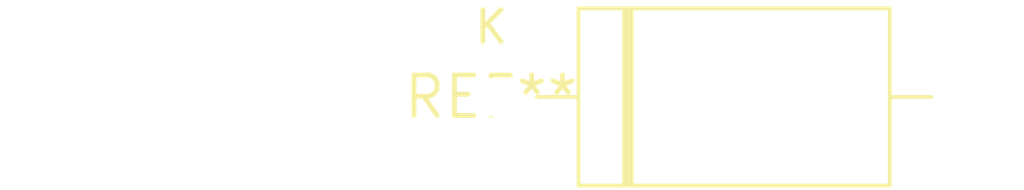
<source format=kicad_pcb>
(kicad_pcb (version 20240108) (generator pcbnew)
  (layers (0 "F.Cu" signal) (31 "B.Cu" signal) (34 "B.Paste" user) (35 "F.Paste" user) (36 "B.SilkS" user "B.Silkscreen") (37 "F.SilkS" user "F.Silkscreen") (38 "B.Mask" user) (39 "F.Mask" user) (44 "Edge.Cuts" user))
  (net 0 "")
  (footprint "D_DO-27_P15.24mm_Horizontal" (layer "F.Cu") (at 0 0)
    (property "Reference" "REF**")
    (property "Value" "D_DO-27_P15.24mm_Horizontal")
    (fp_line (start 1.44 0) (end 2.74 0) (layer "F.SilkS") (stroke (width 0.12)))
    (fp_line (start 2.74 -2.785) (end 2.74 2.785) (layer "F.SilkS") (stroke (width 0.12)))
    (fp_line (start 2.74 2.785) (end 12.5 2.785) (layer "F.SilkS") (stroke (width 0.12)))
    (fp_line (start 4.168 -2.785) (end 4.168 2.785) (layer "F.SilkS") (stroke (width 0.12)))
    (fp_line (start 4.288 -2.785) (end 4.288 2.785) (layer "F.SilkS") (stroke (width 0.12)))
    (fp_line (start 4.408 -2.785) (end 4.408 2.785) (layer "F.SilkS") (stroke (width 0.12)))
    (fp_line (start 12.5 -2.785) (end 2.74 -2.785) (layer "F.SilkS") (stroke (width 0.12)))
    (fp_line (start 12.5 2.785) (end 12.5 -2.785) (layer "F.SilkS") (stroke (width 0.12)))
    (fp_line (start 13.8 0) (end 12.5 0) (layer "F.SilkS") (stroke (width 0.12)))
    (fp_text user "K" (at 0 -2.2 0) (layer "F.SilkS"))
    (pad "1" thru_hole rect (at 0 0) (size 2.4 2.4) (drill 1.2) (layers *.Cu *.Mask) (remove_unused_layers))
    (pad "2" thru_hole oval (at 15.24 0) (size 2.4 2.4) (drill 1.2) (layers *.Cu *.Mask) (remove_unused_layers))
  )
)
</source>
